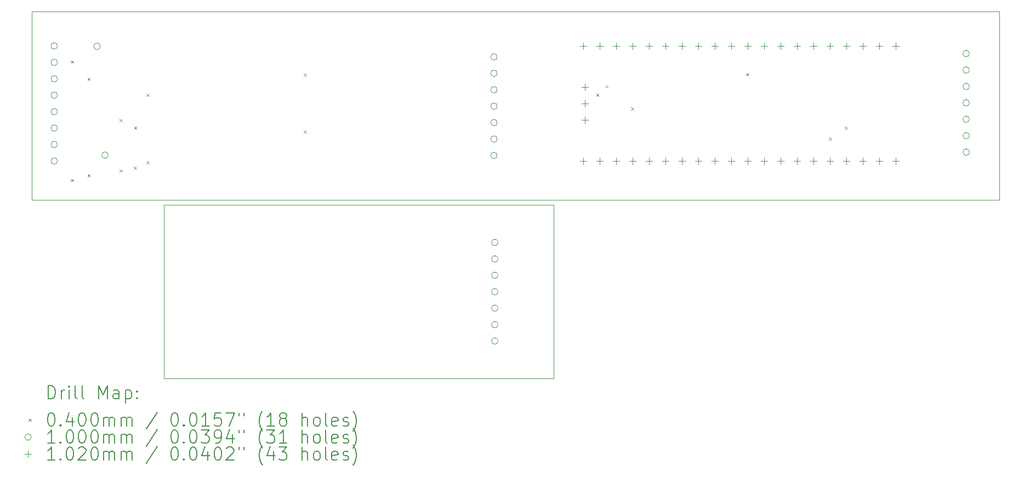
<source format=gbr>
%TF.GenerationSoftware,KiCad,Pcbnew,8.0.4*%
%TF.CreationDate,2024-07-21T02:26:01-05:00*%
%TF.ProjectId,Glass,476c6173-732e-46b6-9963-61645f706362,rev?*%
%TF.SameCoordinates,Original*%
%TF.FileFunction,Drillmap*%
%TF.FilePolarity,Positive*%
%FSLAX45Y45*%
G04 Gerber Fmt 4.5, Leading zero omitted, Abs format (unit mm)*
G04 Created by KiCad (PCBNEW 8.0.4) date 2024-07-21 02:26:01*
%MOMM*%
%LPD*%
G01*
G04 APERTURE LIST*
%ADD10C,0.100000*%
%ADD11C,0.200000*%
%ADD12C,0.102000*%
G04 APERTURE END LIST*
D10*
X23095000Y-4097000D02*
X8150000Y-4097000D01*
X23095000Y-7011000D02*
X8150000Y-7011000D01*
X23095000Y-4097000D02*
X23095000Y-7011000D01*
X8150000Y-7011000D02*
X8150000Y-4097000D01*
X16215000Y-7081000D02*
X10196000Y-7081000D01*
X10196000Y-7081000D02*
X10196000Y-9766000D01*
X16215000Y-9766000D02*
X16215000Y-7081000D01*
X10196000Y-9766000D02*
X16215000Y-9766000D01*
D11*
D10*
X8752000Y-4854000D02*
X8792000Y-4894000D01*
X8792000Y-4854000D02*
X8752000Y-4894000D01*
X8755000Y-6684000D02*
X8795000Y-6724000D01*
X8795000Y-6684000D02*
X8755000Y-6724000D01*
X9013000Y-5121000D02*
X9053000Y-5161000D01*
X9053000Y-5121000D02*
X9013000Y-5161000D01*
X9013000Y-6613000D02*
X9053000Y-6653000D01*
X9053000Y-6613000D02*
X9013000Y-6653000D01*
X9508000Y-5756000D02*
X9548000Y-5796000D01*
X9548000Y-5756000D02*
X9508000Y-5796000D01*
X9509000Y-6536000D02*
X9549000Y-6576000D01*
X9549000Y-6536000D02*
X9509000Y-6576000D01*
X9731000Y-6491000D02*
X9771000Y-6531000D01*
X9771000Y-6491000D02*
X9731000Y-6531000D01*
X9732000Y-5875000D02*
X9772000Y-5915000D01*
X9772000Y-5875000D02*
X9732000Y-5915000D01*
X9921000Y-5367000D02*
X9961000Y-5407000D01*
X9961000Y-5367000D02*
X9921000Y-5407000D01*
X9922000Y-6411000D02*
X9962000Y-6451000D01*
X9962000Y-6411000D02*
X9922000Y-6451000D01*
X12354000Y-5051000D02*
X12394000Y-5091000D01*
X12394000Y-5051000D02*
X12354000Y-5091000D01*
X12356000Y-5934000D02*
X12396000Y-5974000D01*
X12396000Y-5934000D02*
X12356000Y-5974000D01*
X16869000Y-5365000D02*
X16909000Y-5405000D01*
X16909000Y-5365000D02*
X16869000Y-5405000D01*
X17014000Y-5236000D02*
X17054000Y-5276000D01*
X17054000Y-5236000D02*
X17014000Y-5276000D01*
X17410000Y-5580000D02*
X17450000Y-5620000D01*
X17450000Y-5580000D02*
X17410000Y-5620000D01*
X19184000Y-5049000D02*
X19224000Y-5089000D01*
X19224000Y-5049000D02*
X19184000Y-5089000D01*
X20464000Y-6045000D02*
X20504000Y-6085000D01*
X20504000Y-6045000D02*
X20464000Y-6085000D01*
X20710000Y-5875000D02*
X20750000Y-5915000D01*
X20750000Y-5875000D02*
X20710000Y-5915000D01*
X8549000Y-4628000D02*
G75*
G02*
X8449000Y-4628000I-50000J0D01*
G01*
X8449000Y-4628000D02*
G75*
G02*
X8549000Y-4628000I50000J0D01*
G01*
X8549000Y-4882000D02*
G75*
G02*
X8449000Y-4882000I-50000J0D01*
G01*
X8449000Y-4882000D02*
G75*
G02*
X8549000Y-4882000I50000J0D01*
G01*
X8549000Y-5136000D02*
G75*
G02*
X8449000Y-5136000I-50000J0D01*
G01*
X8449000Y-5136000D02*
G75*
G02*
X8549000Y-5136000I50000J0D01*
G01*
X8549000Y-5390000D02*
G75*
G02*
X8449000Y-5390000I-50000J0D01*
G01*
X8449000Y-5390000D02*
G75*
G02*
X8549000Y-5390000I50000J0D01*
G01*
X8549000Y-5644000D02*
G75*
G02*
X8449000Y-5644000I-50000J0D01*
G01*
X8449000Y-5644000D02*
G75*
G02*
X8549000Y-5644000I50000J0D01*
G01*
X8549000Y-5898000D02*
G75*
G02*
X8449000Y-5898000I-50000J0D01*
G01*
X8449000Y-5898000D02*
G75*
G02*
X8549000Y-5898000I50000J0D01*
G01*
X8549000Y-6152000D02*
G75*
G02*
X8449000Y-6152000I-50000J0D01*
G01*
X8449000Y-6152000D02*
G75*
G02*
X8549000Y-6152000I50000J0D01*
G01*
X8549000Y-6406000D02*
G75*
G02*
X8449000Y-6406000I-50000J0D01*
G01*
X8449000Y-6406000D02*
G75*
G02*
X8549000Y-6406000I50000J0D01*
G01*
X9210000Y-4633000D02*
G75*
G02*
X9110000Y-4633000I-50000J0D01*
G01*
X9110000Y-4633000D02*
G75*
G02*
X9210000Y-4633000I50000J0D01*
G01*
X9333000Y-6317000D02*
G75*
G02*
X9233000Y-6317000I-50000J0D01*
G01*
X9233000Y-6317000D02*
G75*
G02*
X9333000Y-6317000I50000J0D01*
G01*
X15340000Y-4798000D02*
G75*
G02*
X15240000Y-4798000I-50000J0D01*
G01*
X15240000Y-4798000D02*
G75*
G02*
X15340000Y-4798000I50000J0D01*
G01*
X15340000Y-5052000D02*
G75*
G02*
X15240000Y-5052000I-50000J0D01*
G01*
X15240000Y-5052000D02*
G75*
G02*
X15340000Y-5052000I50000J0D01*
G01*
X15340000Y-5306000D02*
G75*
G02*
X15240000Y-5306000I-50000J0D01*
G01*
X15240000Y-5306000D02*
G75*
G02*
X15340000Y-5306000I50000J0D01*
G01*
X15340000Y-5560000D02*
G75*
G02*
X15240000Y-5560000I-50000J0D01*
G01*
X15240000Y-5560000D02*
G75*
G02*
X15340000Y-5560000I50000J0D01*
G01*
X15340000Y-5814000D02*
G75*
G02*
X15240000Y-5814000I-50000J0D01*
G01*
X15240000Y-5814000D02*
G75*
G02*
X15340000Y-5814000I50000J0D01*
G01*
X15340000Y-6068000D02*
G75*
G02*
X15240000Y-6068000I-50000J0D01*
G01*
X15240000Y-6068000D02*
G75*
G02*
X15340000Y-6068000I50000J0D01*
G01*
X15340000Y-6322000D02*
G75*
G02*
X15240000Y-6322000I-50000J0D01*
G01*
X15240000Y-6322000D02*
G75*
G02*
X15340000Y-6322000I50000J0D01*
G01*
X15353000Y-7665500D02*
G75*
G02*
X15253000Y-7665500I-50000J0D01*
G01*
X15253000Y-7665500D02*
G75*
G02*
X15353000Y-7665500I50000J0D01*
G01*
X15353000Y-7919500D02*
G75*
G02*
X15253000Y-7919500I-50000J0D01*
G01*
X15253000Y-7919500D02*
G75*
G02*
X15353000Y-7919500I50000J0D01*
G01*
X15353000Y-8173500D02*
G75*
G02*
X15253000Y-8173500I-50000J0D01*
G01*
X15253000Y-8173500D02*
G75*
G02*
X15353000Y-8173500I50000J0D01*
G01*
X15353000Y-8427500D02*
G75*
G02*
X15253000Y-8427500I-50000J0D01*
G01*
X15253000Y-8427500D02*
G75*
G02*
X15353000Y-8427500I50000J0D01*
G01*
X15353000Y-8681500D02*
G75*
G02*
X15253000Y-8681500I-50000J0D01*
G01*
X15253000Y-8681500D02*
G75*
G02*
X15353000Y-8681500I50000J0D01*
G01*
X15353000Y-8935500D02*
G75*
G02*
X15253000Y-8935500I-50000J0D01*
G01*
X15253000Y-8935500D02*
G75*
G02*
X15353000Y-8935500I50000J0D01*
G01*
X15353000Y-9189500D02*
G75*
G02*
X15253000Y-9189500I-50000J0D01*
G01*
X15253000Y-9189500D02*
G75*
G02*
X15353000Y-9189500I50000J0D01*
G01*
X22633000Y-4746000D02*
G75*
G02*
X22533000Y-4746000I-50000J0D01*
G01*
X22533000Y-4746000D02*
G75*
G02*
X22633000Y-4746000I50000J0D01*
G01*
X22633000Y-5000000D02*
G75*
G02*
X22533000Y-5000000I-50000J0D01*
G01*
X22533000Y-5000000D02*
G75*
G02*
X22633000Y-5000000I50000J0D01*
G01*
X22633000Y-5254000D02*
G75*
G02*
X22533000Y-5254000I-50000J0D01*
G01*
X22533000Y-5254000D02*
G75*
G02*
X22633000Y-5254000I50000J0D01*
G01*
X22633000Y-5508000D02*
G75*
G02*
X22533000Y-5508000I-50000J0D01*
G01*
X22533000Y-5508000D02*
G75*
G02*
X22633000Y-5508000I50000J0D01*
G01*
X22633000Y-5762000D02*
G75*
G02*
X22533000Y-5762000I-50000J0D01*
G01*
X22533000Y-5762000D02*
G75*
G02*
X22633000Y-5762000I50000J0D01*
G01*
X22633000Y-6016000D02*
G75*
G02*
X22533000Y-6016000I-50000J0D01*
G01*
X22533000Y-6016000D02*
G75*
G02*
X22633000Y-6016000I50000J0D01*
G01*
X22633000Y-6270000D02*
G75*
G02*
X22533000Y-6270000I-50000J0D01*
G01*
X22533000Y-6270000D02*
G75*
G02*
X22633000Y-6270000I50000J0D01*
G01*
D12*
X16669000Y-4579000D02*
X16669000Y-4681000D01*
X16618000Y-4630000D02*
X16720000Y-4630000D01*
X16669000Y-6357000D02*
X16669000Y-6459000D01*
X16618000Y-6408000D02*
X16720000Y-6408000D01*
X16692000Y-5214000D02*
X16692000Y-5316000D01*
X16641000Y-5265000D02*
X16743000Y-5265000D01*
X16692000Y-5468000D02*
X16692000Y-5570000D01*
X16641000Y-5519000D02*
X16743000Y-5519000D01*
X16692000Y-5722000D02*
X16692000Y-5824000D01*
X16641000Y-5773000D02*
X16743000Y-5773000D01*
X16923000Y-4579000D02*
X16923000Y-4681000D01*
X16872000Y-4630000D02*
X16974000Y-4630000D01*
X16923000Y-6357000D02*
X16923000Y-6459000D01*
X16872000Y-6408000D02*
X16974000Y-6408000D01*
X17177000Y-4579000D02*
X17177000Y-4681000D01*
X17126000Y-4630000D02*
X17228000Y-4630000D01*
X17177000Y-6357000D02*
X17177000Y-6459000D01*
X17126000Y-6408000D02*
X17228000Y-6408000D01*
X17431000Y-4579000D02*
X17431000Y-4681000D01*
X17380000Y-4630000D02*
X17482000Y-4630000D01*
X17431000Y-6357000D02*
X17431000Y-6459000D01*
X17380000Y-6408000D02*
X17482000Y-6408000D01*
X17685000Y-4579000D02*
X17685000Y-4681000D01*
X17634000Y-4630000D02*
X17736000Y-4630000D01*
X17685000Y-6357000D02*
X17685000Y-6459000D01*
X17634000Y-6408000D02*
X17736000Y-6408000D01*
X17939000Y-4579000D02*
X17939000Y-4681000D01*
X17888000Y-4630000D02*
X17990000Y-4630000D01*
X17939000Y-6357000D02*
X17939000Y-6459000D01*
X17888000Y-6408000D02*
X17990000Y-6408000D01*
X18193000Y-4579000D02*
X18193000Y-4681000D01*
X18142000Y-4630000D02*
X18244000Y-4630000D01*
X18193000Y-6357000D02*
X18193000Y-6459000D01*
X18142000Y-6408000D02*
X18244000Y-6408000D01*
X18447000Y-4579000D02*
X18447000Y-4681000D01*
X18396000Y-4630000D02*
X18498000Y-4630000D01*
X18447000Y-6357000D02*
X18447000Y-6459000D01*
X18396000Y-6408000D02*
X18498000Y-6408000D01*
X18701000Y-4579000D02*
X18701000Y-4681000D01*
X18650000Y-4630000D02*
X18752000Y-4630000D01*
X18701000Y-6357000D02*
X18701000Y-6459000D01*
X18650000Y-6408000D02*
X18752000Y-6408000D01*
X18955000Y-4579000D02*
X18955000Y-4681000D01*
X18904000Y-4630000D02*
X19006000Y-4630000D01*
X18955000Y-6357000D02*
X18955000Y-6459000D01*
X18904000Y-6408000D02*
X19006000Y-6408000D01*
X19209000Y-4579000D02*
X19209000Y-4681000D01*
X19158000Y-4630000D02*
X19260000Y-4630000D01*
X19209000Y-6357000D02*
X19209000Y-6459000D01*
X19158000Y-6408000D02*
X19260000Y-6408000D01*
X19463000Y-4579000D02*
X19463000Y-4681000D01*
X19412000Y-4630000D02*
X19514000Y-4630000D01*
X19463000Y-6357000D02*
X19463000Y-6459000D01*
X19412000Y-6408000D02*
X19514000Y-6408000D01*
X19717000Y-4579000D02*
X19717000Y-4681000D01*
X19666000Y-4630000D02*
X19768000Y-4630000D01*
X19717000Y-6357000D02*
X19717000Y-6459000D01*
X19666000Y-6408000D02*
X19768000Y-6408000D01*
X19971000Y-4579000D02*
X19971000Y-4681000D01*
X19920000Y-4630000D02*
X20022000Y-4630000D01*
X19971000Y-6357000D02*
X19971000Y-6459000D01*
X19920000Y-6408000D02*
X20022000Y-6408000D01*
X20225000Y-4579000D02*
X20225000Y-4681000D01*
X20174000Y-4630000D02*
X20276000Y-4630000D01*
X20225000Y-6357000D02*
X20225000Y-6459000D01*
X20174000Y-6408000D02*
X20276000Y-6408000D01*
X20479000Y-4579000D02*
X20479000Y-4681000D01*
X20428000Y-4630000D02*
X20530000Y-4630000D01*
X20479000Y-6357000D02*
X20479000Y-6459000D01*
X20428000Y-6408000D02*
X20530000Y-6408000D01*
X20733000Y-4579000D02*
X20733000Y-4681000D01*
X20682000Y-4630000D02*
X20784000Y-4630000D01*
X20733000Y-6357000D02*
X20733000Y-6459000D01*
X20682000Y-6408000D02*
X20784000Y-6408000D01*
X20987000Y-4579000D02*
X20987000Y-4681000D01*
X20936000Y-4630000D02*
X21038000Y-4630000D01*
X20987000Y-6357000D02*
X20987000Y-6459000D01*
X20936000Y-6408000D02*
X21038000Y-6408000D01*
X21241000Y-4579000D02*
X21241000Y-4681000D01*
X21190000Y-4630000D02*
X21292000Y-4630000D01*
X21241000Y-6357000D02*
X21241000Y-6459000D01*
X21190000Y-6408000D02*
X21292000Y-6408000D01*
X21495000Y-4579000D02*
X21495000Y-4681000D01*
X21444000Y-4630000D02*
X21546000Y-4630000D01*
X21495000Y-6357000D02*
X21495000Y-6459000D01*
X21444000Y-6408000D02*
X21546000Y-6408000D01*
D11*
X8405777Y-10082484D02*
X8405777Y-9882484D01*
X8405777Y-9882484D02*
X8453396Y-9882484D01*
X8453396Y-9882484D02*
X8481967Y-9892008D01*
X8481967Y-9892008D02*
X8501015Y-9911055D01*
X8501015Y-9911055D02*
X8510539Y-9930103D01*
X8510539Y-9930103D02*
X8520063Y-9968198D01*
X8520063Y-9968198D02*
X8520063Y-9996770D01*
X8520063Y-9996770D02*
X8510539Y-10034865D01*
X8510539Y-10034865D02*
X8501015Y-10053912D01*
X8501015Y-10053912D02*
X8481967Y-10072960D01*
X8481967Y-10072960D02*
X8453396Y-10082484D01*
X8453396Y-10082484D02*
X8405777Y-10082484D01*
X8605777Y-10082484D02*
X8605777Y-9949150D01*
X8605777Y-9987246D02*
X8615301Y-9968198D01*
X8615301Y-9968198D02*
X8624824Y-9958674D01*
X8624824Y-9958674D02*
X8643872Y-9949150D01*
X8643872Y-9949150D02*
X8662920Y-9949150D01*
X8729586Y-10082484D02*
X8729586Y-9949150D01*
X8729586Y-9882484D02*
X8720063Y-9892008D01*
X8720063Y-9892008D02*
X8729586Y-9901531D01*
X8729586Y-9901531D02*
X8739110Y-9892008D01*
X8739110Y-9892008D02*
X8729586Y-9882484D01*
X8729586Y-9882484D02*
X8729586Y-9901531D01*
X8853396Y-10082484D02*
X8834348Y-10072960D01*
X8834348Y-10072960D02*
X8824824Y-10053912D01*
X8824824Y-10053912D02*
X8824824Y-9882484D01*
X8958158Y-10082484D02*
X8939110Y-10072960D01*
X8939110Y-10072960D02*
X8929586Y-10053912D01*
X8929586Y-10053912D02*
X8929586Y-9882484D01*
X9186729Y-10082484D02*
X9186729Y-9882484D01*
X9186729Y-9882484D02*
X9253396Y-10025341D01*
X9253396Y-10025341D02*
X9320063Y-9882484D01*
X9320063Y-9882484D02*
X9320063Y-10082484D01*
X9501015Y-10082484D02*
X9501015Y-9977722D01*
X9501015Y-9977722D02*
X9491491Y-9958674D01*
X9491491Y-9958674D02*
X9472444Y-9949150D01*
X9472444Y-9949150D02*
X9434348Y-9949150D01*
X9434348Y-9949150D02*
X9415301Y-9958674D01*
X9501015Y-10072960D02*
X9481967Y-10082484D01*
X9481967Y-10082484D02*
X9434348Y-10082484D01*
X9434348Y-10082484D02*
X9415301Y-10072960D01*
X9415301Y-10072960D02*
X9405777Y-10053912D01*
X9405777Y-10053912D02*
X9405777Y-10034865D01*
X9405777Y-10034865D02*
X9415301Y-10015817D01*
X9415301Y-10015817D02*
X9434348Y-10006293D01*
X9434348Y-10006293D02*
X9481967Y-10006293D01*
X9481967Y-10006293D02*
X9501015Y-9996770D01*
X9596253Y-9949150D02*
X9596253Y-10149150D01*
X9596253Y-9958674D02*
X9615301Y-9949150D01*
X9615301Y-9949150D02*
X9653396Y-9949150D01*
X9653396Y-9949150D02*
X9672444Y-9958674D01*
X9672444Y-9958674D02*
X9681967Y-9968198D01*
X9681967Y-9968198D02*
X9691491Y-9987246D01*
X9691491Y-9987246D02*
X9691491Y-10044389D01*
X9691491Y-10044389D02*
X9681967Y-10063436D01*
X9681967Y-10063436D02*
X9672444Y-10072960D01*
X9672444Y-10072960D02*
X9653396Y-10082484D01*
X9653396Y-10082484D02*
X9615301Y-10082484D01*
X9615301Y-10082484D02*
X9596253Y-10072960D01*
X9777205Y-10063436D02*
X9786729Y-10072960D01*
X9786729Y-10072960D02*
X9777205Y-10082484D01*
X9777205Y-10082484D02*
X9767682Y-10072960D01*
X9767682Y-10072960D02*
X9777205Y-10063436D01*
X9777205Y-10063436D02*
X9777205Y-10082484D01*
X9777205Y-9958674D02*
X9786729Y-9968198D01*
X9786729Y-9968198D02*
X9777205Y-9977722D01*
X9777205Y-9977722D02*
X9767682Y-9968198D01*
X9767682Y-9968198D02*
X9777205Y-9958674D01*
X9777205Y-9958674D02*
X9777205Y-9977722D01*
D10*
X8105000Y-10391000D02*
X8145000Y-10431000D01*
X8145000Y-10391000D02*
X8105000Y-10431000D01*
D11*
X8443872Y-10302484D02*
X8462920Y-10302484D01*
X8462920Y-10302484D02*
X8481967Y-10312008D01*
X8481967Y-10312008D02*
X8491491Y-10321531D01*
X8491491Y-10321531D02*
X8501015Y-10340579D01*
X8501015Y-10340579D02*
X8510539Y-10378674D01*
X8510539Y-10378674D02*
X8510539Y-10426293D01*
X8510539Y-10426293D02*
X8501015Y-10464389D01*
X8501015Y-10464389D02*
X8491491Y-10483436D01*
X8491491Y-10483436D02*
X8481967Y-10492960D01*
X8481967Y-10492960D02*
X8462920Y-10502484D01*
X8462920Y-10502484D02*
X8443872Y-10502484D01*
X8443872Y-10502484D02*
X8424824Y-10492960D01*
X8424824Y-10492960D02*
X8415301Y-10483436D01*
X8415301Y-10483436D02*
X8405777Y-10464389D01*
X8405777Y-10464389D02*
X8396253Y-10426293D01*
X8396253Y-10426293D02*
X8396253Y-10378674D01*
X8396253Y-10378674D02*
X8405777Y-10340579D01*
X8405777Y-10340579D02*
X8415301Y-10321531D01*
X8415301Y-10321531D02*
X8424824Y-10312008D01*
X8424824Y-10312008D02*
X8443872Y-10302484D01*
X8596253Y-10483436D02*
X8605777Y-10492960D01*
X8605777Y-10492960D02*
X8596253Y-10502484D01*
X8596253Y-10502484D02*
X8586729Y-10492960D01*
X8586729Y-10492960D02*
X8596253Y-10483436D01*
X8596253Y-10483436D02*
X8596253Y-10502484D01*
X8777205Y-10369150D02*
X8777205Y-10502484D01*
X8729586Y-10292960D02*
X8681967Y-10435817D01*
X8681967Y-10435817D02*
X8805777Y-10435817D01*
X8920063Y-10302484D02*
X8939110Y-10302484D01*
X8939110Y-10302484D02*
X8958158Y-10312008D01*
X8958158Y-10312008D02*
X8967682Y-10321531D01*
X8967682Y-10321531D02*
X8977205Y-10340579D01*
X8977205Y-10340579D02*
X8986729Y-10378674D01*
X8986729Y-10378674D02*
X8986729Y-10426293D01*
X8986729Y-10426293D02*
X8977205Y-10464389D01*
X8977205Y-10464389D02*
X8967682Y-10483436D01*
X8967682Y-10483436D02*
X8958158Y-10492960D01*
X8958158Y-10492960D02*
X8939110Y-10502484D01*
X8939110Y-10502484D02*
X8920063Y-10502484D01*
X8920063Y-10502484D02*
X8901015Y-10492960D01*
X8901015Y-10492960D02*
X8891491Y-10483436D01*
X8891491Y-10483436D02*
X8881967Y-10464389D01*
X8881967Y-10464389D02*
X8872444Y-10426293D01*
X8872444Y-10426293D02*
X8872444Y-10378674D01*
X8872444Y-10378674D02*
X8881967Y-10340579D01*
X8881967Y-10340579D02*
X8891491Y-10321531D01*
X8891491Y-10321531D02*
X8901015Y-10312008D01*
X8901015Y-10312008D02*
X8920063Y-10302484D01*
X9110539Y-10302484D02*
X9129586Y-10302484D01*
X9129586Y-10302484D02*
X9148634Y-10312008D01*
X9148634Y-10312008D02*
X9158158Y-10321531D01*
X9158158Y-10321531D02*
X9167682Y-10340579D01*
X9167682Y-10340579D02*
X9177205Y-10378674D01*
X9177205Y-10378674D02*
X9177205Y-10426293D01*
X9177205Y-10426293D02*
X9167682Y-10464389D01*
X9167682Y-10464389D02*
X9158158Y-10483436D01*
X9158158Y-10483436D02*
X9148634Y-10492960D01*
X9148634Y-10492960D02*
X9129586Y-10502484D01*
X9129586Y-10502484D02*
X9110539Y-10502484D01*
X9110539Y-10502484D02*
X9091491Y-10492960D01*
X9091491Y-10492960D02*
X9081967Y-10483436D01*
X9081967Y-10483436D02*
X9072444Y-10464389D01*
X9072444Y-10464389D02*
X9062920Y-10426293D01*
X9062920Y-10426293D02*
X9062920Y-10378674D01*
X9062920Y-10378674D02*
X9072444Y-10340579D01*
X9072444Y-10340579D02*
X9081967Y-10321531D01*
X9081967Y-10321531D02*
X9091491Y-10312008D01*
X9091491Y-10312008D02*
X9110539Y-10302484D01*
X9262920Y-10502484D02*
X9262920Y-10369150D01*
X9262920Y-10388198D02*
X9272444Y-10378674D01*
X9272444Y-10378674D02*
X9291491Y-10369150D01*
X9291491Y-10369150D02*
X9320063Y-10369150D01*
X9320063Y-10369150D02*
X9339110Y-10378674D01*
X9339110Y-10378674D02*
X9348634Y-10397722D01*
X9348634Y-10397722D02*
X9348634Y-10502484D01*
X9348634Y-10397722D02*
X9358158Y-10378674D01*
X9358158Y-10378674D02*
X9377205Y-10369150D01*
X9377205Y-10369150D02*
X9405777Y-10369150D01*
X9405777Y-10369150D02*
X9424825Y-10378674D01*
X9424825Y-10378674D02*
X9434348Y-10397722D01*
X9434348Y-10397722D02*
X9434348Y-10502484D01*
X9529586Y-10502484D02*
X9529586Y-10369150D01*
X9529586Y-10388198D02*
X9539110Y-10378674D01*
X9539110Y-10378674D02*
X9558158Y-10369150D01*
X9558158Y-10369150D02*
X9586729Y-10369150D01*
X9586729Y-10369150D02*
X9605777Y-10378674D01*
X9605777Y-10378674D02*
X9615301Y-10397722D01*
X9615301Y-10397722D02*
X9615301Y-10502484D01*
X9615301Y-10397722D02*
X9624825Y-10378674D01*
X9624825Y-10378674D02*
X9643872Y-10369150D01*
X9643872Y-10369150D02*
X9672444Y-10369150D01*
X9672444Y-10369150D02*
X9691491Y-10378674D01*
X9691491Y-10378674D02*
X9701015Y-10397722D01*
X9701015Y-10397722D02*
X9701015Y-10502484D01*
X10091491Y-10292960D02*
X9920063Y-10550103D01*
X10348634Y-10302484D02*
X10367682Y-10302484D01*
X10367682Y-10302484D02*
X10386729Y-10312008D01*
X10386729Y-10312008D02*
X10396253Y-10321531D01*
X10396253Y-10321531D02*
X10405777Y-10340579D01*
X10405777Y-10340579D02*
X10415301Y-10378674D01*
X10415301Y-10378674D02*
X10415301Y-10426293D01*
X10415301Y-10426293D02*
X10405777Y-10464389D01*
X10405777Y-10464389D02*
X10396253Y-10483436D01*
X10396253Y-10483436D02*
X10386729Y-10492960D01*
X10386729Y-10492960D02*
X10367682Y-10502484D01*
X10367682Y-10502484D02*
X10348634Y-10502484D01*
X10348634Y-10502484D02*
X10329587Y-10492960D01*
X10329587Y-10492960D02*
X10320063Y-10483436D01*
X10320063Y-10483436D02*
X10310539Y-10464389D01*
X10310539Y-10464389D02*
X10301015Y-10426293D01*
X10301015Y-10426293D02*
X10301015Y-10378674D01*
X10301015Y-10378674D02*
X10310539Y-10340579D01*
X10310539Y-10340579D02*
X10320063Y-10321531D01*
X10320063Y-10321531D02*
X10329587Y-10312008D01*
X10329587Y-10312008D02*
X10348634Y-10302484D01*
X10501015Y-10483436D02*
X10510539Y-10492960D01*
X10510539Y-10492960D02*
X10501015Y-10502484D01*
X10501015Y-10502484D02*
X10491491Y-10492960D01*
X10491491Y-10492960D02*
X10501015Y-10483436D01*
X10501015Y-10483436D02*
X10501015Y-10502484D01*
X10634348Y-10302484D02*
X10653396Y-10302484D01*
X10653396Y-10302484D02*
X10672444Y-10312008D01*
X10672444Y-10312008D02*
X10681968Y-10321531D01*
X10681968Y-10321531D02*
X10691491Y-10340579D01*
X10691491Y-10340579D02*
X10701015Y-10378674D01*
X10701015Y-10378674D02*
X10701015Y-10426293D01*
X10701015Y-10426293D02*
X10691491Y-10464389D01*
X10691491Y-10464389D02*
X10681968Y-10483436D01*
X10681968Y-10483436D02*
X10672444Y-10492960D01*
X10672444Y-10492960D02*
X10653396Y-10502484D01*
X10653396Y-10502484D02*
X10634348Y-10502484D01*
X10634348Y-10502484D02*
X10615301Y-10492960D01*
X10615301Y-10492960D02*
X10605777Y-10483436D01*
X10605777Y-10483436D02*
X10596253Y-10464389D01*
X10596253Y-10464389D02*
X10586729Y-10426293D01*
X10586729Y-10426293D02*
X10586729Y-10378674D01*
X10586729Y-10378674D02*
X10596253Y-10340579D01*
X10596253Y-10340579D02*
X10605777Y-10321531D01*
X10605777Y-10321531D02*
X10615301Y-10312008D01*
X10615301Y-10312008D02*
X10634348Y-10302484D01*
X10891491Y-10502484D02*
X10777206Y-10502484D01*
X10834348Y-10502484D02*
X10834348Y-10302484D01*
X10834348Y-10302484D02*
X10815301Y-10331055D01*
X10815301Y-10331055D02*
X10796253Y-10350103D01*
X10796253Y-10350103D02*
X10777206Y-10359627D01*
X11072444Y-10302484D02*
X10977206Y-10302484D01*
X10977206Y-10302484D02*
X10967682Y-10397722D01*
X10967682Y-10397722D02*
X10977206Y-10388198D01*
X10977206Y-10388198D02*
X10996253Y-10378674D01*
X10996253Y-10378674D02*
X11043872Y-10378674D01*
X11043872Y-10378674D02*
X11062920Y-10388198D01*
X11062920Y-10388198D02*
X11072444Y-10397722D01*
X11072444Y-10397722D02*
X11081968Y-10416770D01*
X11081968Y-10416770D02*
X11081968Y-10464389D01*
X11081968Y-10464389D02*
X11072444Y-10483436D01*
X11072444Y-10483436D02*
X11062920Y-10492960D01*
X11062920Y-10492960D02*
X11043872Y-10502484D01*
X11043872Y-10502484D02*
X10996253Y-10502484D01*
X10996253Y-10502484D02*
X10977206Y-10492960D01*
X10977206Y-10492960D02*
X10967682Y-10483436D01*
X11148634Y-10302484D02*
X11281967Y-10302484D01*
X11281967Y-10302484D02*
X11196253Y-10502484D01*
X11348634Y-10302484D02*
X11348634Y-10340579D01*
X11424825Y-10302484D02*
X11424825Y-10340579D01*
X11720063Y-10578674D02*
X11710539Y-10569150D01*
X11710539Y-10569150D02*
X11691491Y-10540579D01*
X11691491Y-10540579D02*
X11681968Y-10521531D01*
X11681968Y-10521531D02*
X11672444Y-10492960D01*
X11672444Y-10492960D02*
X11662920Y-10445341D01*
X11662920Y-10445341D02*
X11662920Y-10407246D01*
X11662920Y-10407246D02*
X11672444Y-10359627D01*
X11672444Y-10359627D02*
X11681968Y-10331055D01*
X11681968Y-10331055D02*
X11691491Y-10312008D01*
X11691491Y-10312008D02*
X11710539Y-10283436D01*
X11710539Y-10283436D02*
X11720063Y-10273912D01*
X11901015Y-10502484D02*
X11786729Y-10502484D01*
X11843872Y-10502484D02*
X11843872Y-10302484D01*
X11843872Y-10302484D02*
X11824825Y-10331055D01*
X11824825Y-10331055D02*
X11805777Y-10350103D01*
X11805777Y-10350103D02*
X11786729Y-10359627D01*
X12015301Y-10388198D02*
X11996253Y-10378674D01*
X11996253Y-10378674D02*
X11986729Y-10369150D01*
X11986729Y-10369150D02*
X11977206Y-10350103D01*
X11977206Y-10350103D02*
X11977206Y-10340579D01*
X11977206Y-10340579D02*
X11986729Y-10321531D01*
X11986729Y-10321531D02*
X11996253Y-10312008D01*
X11996253Y-10312008D02*
X12015301Y-10302484D01*
X12015301Y-10302484D02*
X12053396Y-10302484D01*
X12053396Y-10302484D02*
X12072444Y-10312008D01*
X12072444Y-10312008D02*
X12081968Y-10321531D01*
X12081968Y-10321531D02*
X12091491Y-10340579D01*
X12091491Y-10340579D02*
X12091491Y-10350103D01*
X12091491Y-10350103D02*
X12081968Y-10369150D01*
X12081968Y-10369150D02*
X12072444Y-10378674D01*
X12072444Y-10378674D02*
X12053396Y-10388198D01*
X12053396Y-10388198D02*
X12015301Y-10388198D01*
X12015301Y-10388198D02*
X11996253Y-10397722D01*
X11996253Y-10397722D02*
X11986729Y-10407246D01*
X11986729Y-10407246D02*
X11977206Y-10426293D01*
X11977206Y-10426293D02*
X11977206Y-10464389D01*
X11977206Y-10464389D02*
X11986729Y-10483436D01*
X11986729Y-10483436D02*
X11996253Y-10492960D01*
X11996253Y-10492960D02*
X12015301Y-10502484D01*
X12015301Y-10502484D02*
X12053396Y-10502484D01*
X12053396Y-10502484D02*
X12072444Y-10492960D01*
X12072444Y-10492960D02*
X12081968Y-10483436D01*
X12081968Y-10483436D02*
X12091491Y-10464389D01*
X12091491Y-10464389D02*
X12091491Y-10426293D01*
X12091491Y-10426293D02*
X12081968Y-10407246D01*
X12081968Y-10407246D02*
X12072444Y-10397722D01*
X12072444Y-10397722D02*
X12053396Y-10388198D01*
X12329587Y-10502484D02*
X12329587Y-10302484D01*
X12415301Y-10502484D02*
X12415301Y-10397722D01*
X12415301Y-10397722D02*
X12405777Y-10378674D01*
X12405777Y-10378674D02*
X12386730Y-10369150D01*
X12386730Y-10369150D02*
X12358158Y-10369150D01*
X12358158Y-10369150D02*
X12339110Y-10378674D01*
X12339110Y-10378674D02*
X12329587Y-10388198D01*
X12539110Y-10502484D02*
X12520063Y-10492960D01*
X12520063Y-10492960D02*
X12510539Y-10483436D01*
X12510539Y-10483436D02*
X12501015Y-10464389D01*
X12501015Y-10464389D02*
X12501015Y-10407246D01*
X12501015Y-10407246D02*
X12510539Y-10388198D01*
X12510539Y-10388198D02*
X12520063Y-10378674D01*
X12520063Y-10378674D02*
X12539110Y-10369150D01*
X12539110Y-10369150D02*
X12567682Y-10369150D01*
X12567682Y-10369150D02*
X12586730Y-10378674D01*
X12586730Y-10378674D02*
X12596253Y-10388198D01*
X12596253Y-10388198D02*
X12605777Y-10407246D01*
X12605777Y-10407246D02*
X12605777Y-10464389D01*
X12605777Y-10464389D02*
X12596253Y-10483436D01*
X12596253Y-10483436D02*
X12586730Y-10492960D01*
X12586730Y-10492960D02*
X12567682Y-10502484D01*
X12567682Y-10502484D02*
X12539110Y-10502484D01*
X12720063Y-10502484D02*
X12701015Y-10492960D01*
X12701015Y-10492960D02*
X12691491Y-10473912D01*
X12691491Y-10473912D02*
X12691491Y-10302484D01*
X12872444Y-10492960D02*
X12853396Y-10502484D01*
X12853396Y-10502484D02*
X12815301Y-10502484D01*
X12815301Y-10502484D02*
X12796253Y-10492960D01*
X12796253Y-10492960D02*
X12786730Y-10473912D01*
X12786730Y-10473912D02*
X12786730Y-10397722D01*
X12786730Y-10397722D02*
X12796253Y-10378674D01*
X12796253Y-10378674D02*
X12815301Y-10369150D01*
X12815301Y-10369150D02*
X12853396Y-10369150D01*
X12853396Y-10369150D02*
X12872444Y-10378674D01*
X12872444Y-10378674D02*
X12881968Y-10397722D01*
X12881968Y-10397722D02*
X12881968Y-10416770D01*
X12881968Y-10416770D02*
X12786730Y-10435817D01*
X12958158Y-10492960D02*
X12977206Y-10502484D01*
X12977206Y-10502484D02*
X13015301Y-10502484D01*
X13015301Y-10502484D02*
X13034349Y-10492960D01*
X13034349Y-10492960D02*
X13043872Y-10473912D01*
X13043872Y-10473912D02*
X13043872Y-10464389D01*
X13043872Y-10464389D02*
X13034349Y-10445341D01*
X13034349Y-10445341D02*
X13015301Y-10435817D01*
X13015301Y-10435817D02*
X12986730Y-10435817D01*
X12986730Y-10435817D02*
X12967682Y-10426293D01*
X12967682Y-10426293D02*
X12958158Y-10407246D01*
X12958158Y-10407246D02*
X12958158Y-10397722D01*
X12958158Y-10397722D02*
X12967682Y-10378674D01*
X12967682Y-10378674D02*
X12986730Y-10369150D01*
X12986730Y-10369150D02*
X13015301Y-10369150D01*
X13015301Y-10369150D02*
X13034349Y-10378674D01*
X13110539Y-10578674D02*
X13120063Y-10569150D01*
X13120063Y-10569150D02*
X13139111Y-10540579D01*
X13139111Y-10540579D02*
X13148634Y-10521531D01*
X13148634Y-10521531D02*
X13158158Y-10492960D01*
X13158158Y-10492960D02*
X13167682Y-10445341D01*
X13167682Y-10445341D02*
X13167682Y-10407246D01*
X13167682Y-10407246D02*
X13158158Y-10359627D01*
X13158158Y-10359627D02*
X13148634Y-10331055D01*
X13148634Y-10331055D02*
X13139111Y-10312008D01*
X13139111Y-10312008D02*
X13120063Y-10283436D01*
X13120063Y-10283436D02*
X13110539Y-10273912D01*
D10*
X8145000Y-10675000D02*
G75*
G02*
X8045000Y-10675000I-50000J0D01*
G01*
X8045000Y-10675000D02*
G75*
G02*
X8145000Y-10675000I50000J0D01*
G01*
D11*
X8510539Y-10766484D02*
X8396253Y-10766484D01*
X8453396Y-10766484D02*
X8453396Y-10566484D01*
X8453396Y-10566484D02*
X8434348Y-10595055D01*
X8434348Y-10595055D02*
X8415301Y-10614103D01*
X8415301Y-10614103D02*
X8396253Y-10623627D01*
X8596253Y-10747436D02*
X8605777Y-10756960D01*
X8605777Y-10756960D02*
X8596253Y-10766484D01*
X8596253Y-10766484D02*
X8586729Y-10756960D01*
X8586729Y-10756960D02*
X8596253Y-10747436D01*
X8596253Y-10747436D02*
X8596253Y-10766484D01*
X8729586Y-10566484D02*
X8748634Y-10566484D01*
X8748634Y-10566484D02*
X8767682Y-10576008D01*
X8767682Y-10576008D02*
X8777205Y-10585531D01*
X8777205Y-10585531D02*
X8786729Y-10604579D01*
X8786729Y-10604579D02*
X8796253Y-10642674D01*
X8796253Y-10642674D02*
X8796253Y-10690293D01*
X8796253Y-10690293D02*
X8786729Y-10728389D01*
X8786729Y-10728389D02*
X8777205Y-10747436D01*
X8777205Y-10747436D02*
X8767682Y-10756960D01*
X8767682Y-10756960D02*
X8748634Y-10766484D01*
X8748634Y-10766484D02*
X8729586Y-10766484D01*
X8729586Y-10766484D02*
X8710539Y-10756960D01*
X8710539Y-10756960D02*
X8701015Y-10747436D01*
X8701015Y-10747436D02*
X8691491Y-10728389D01*
X8691491Y-10728389D02*
X8681967Y-10690293D01*
X8681967Y-10690293D02*
X8681967Y-10642674D01*
X8681967Y-10642674D02*
X8691491Y-10604579D01*
X8691491Y-10604579D02*
X8701015Y-10585531D01*
X8701015Y-10585531D02*
X8710539Y-10576008D01*
X8710539Y-10576008D02*
X8729586Y-10566484D01*
X8920063Y-10566484D02*
X8939110Y-10566484D01*
X8939110Y-10566484D02*
X8958158Y-10576008D01*
X8958158Y-10576008D02*
X8967682Y-10585531D01*
X8967682Y-10585531D02*
X8977205Y-10604579D01*
X8977205Y-10604579D02*
X8986729Y-10642674D01*
X8986729Y-10642674D02*
X8986729Y-10690293D01*
X8986729Y-10690293D02*
X8977205Y-10728389D01*
X8977205Y-10728389D02*
X8967682Y-10747436D01*
X8967682Y-10747436D02*
X8958158Y-10756960D01*
X8958158Y-10756960D02*
X8939110Y-10766484D01*
X8939110Y-10766484D02*
X8920063Y-10766484D01*
X8920063Y-10766484D02*
X8901015Y-10756960D01*
X8901015Y-10756960D02*
X8891491Y-10747436D01*
X8891491Y-10747436D02*
X8881967Y-10728389D01*
X8881967Y-10728389D02*
X8872444Y-10690293D01*
X8872444Y-10690293D02*
X8872444Y-10642674D01*
X8872444Y-10642674D02*
X8881967Y-10604579D01*
X8881967Y-10604579D02*
X8891491Y-10585531D01*
X8891491Y-10585531D02*
X8901015Y-10576008D01*
X8901015Y-10576008D02*
X8920063Y-10566484D01*
X9110539Y-10566484D02*
X9129586Y-10566484D01*
X9129586Y-10566484D02*
X9148634Y-10576008D01*
X9148634Y-10576008D02*
X9158158Y-10585531D01*
X9158158Y-10585531D02*
X9167682Y-10604579D01*
X9167682Y-10604579D02*
X9177205Y-10642674D01*
X9177205Y-10642674D02*
X9177205Y-10690293D01*
X9177205Y-10690293D02*
X9167682Y-10728389D01*
X9167682Y-10728389D02*
X9158158Y-10747436D01*
X9158158Y-10747436D02*
X9148634Y-10756960D01*
X9148634Y-10756960D02*
X9129586Y-10766484D01*
X9129586Y-10766484D02*
X9110539Y-10766484D01*
X9110539Y-10766484D02*
X9091491Y-10756960D01*
X9091491Y-10756960D02*
X9081967Y-10747436D01*
X9081967Y-10747436D02*
X9072444Y-10728389D01*
X9072444Y-10728389D02*
X9062920Y-10690293D01*
X9062920Y-10690293D02*
X9062920Y-10642674D01*
X9062920Y-10642674D02*
X9072444Y-10604579D01*
X9072444Y-10604579D02*
X9081967Y-10585531D01*
X9081967Y-10585531D02*
X9091491Y-10576008D01*
X9091491Y-10576008D02*
X9110539Y-10566484D01*
X9262920Y-10766484D02*
X9262920Y-10633150D01*
X9262920Y-10652198D02*
X9272444Y-10642674D01*
X9272444Y-10642674D02*
X9291491Y-10633150D01*
X9291491Y-10633150D02*
X9320063Y-10633150D01*
X9320063Y-10633150D02*
X9339110Y-10642674D01*
X9339110Y-10642674D02*
X9348634Y-10661722D01*
X9348634Y-10661722D02*
X9348634Y-10766484D01*
X9348634Y-10661722D02*
X9358158Y-10642674D01*
X9358158Y-10642674D02*
X9377205Y-10633150D01*
X9377205Y-10633150D02*
X9405777Y-10633150D01*
X9405777Y-10633150D02*
X9424825Y-10642674D01*
X9424825Y-10642674D02*
X9434348Y-10661722D01*
X9434348Y-10661722D02*
X9434348Y-10766484D01*
X9529586Y-10766484D02*
X9529586Y-10633150D01*
X9529586Y-10652198D02*
X9539110Y-10642674D01*
X9539110Y-10642674D02*
X9558158Y-10633150D01*
X9558158Y-10633150D02*
X9586729Y-10633150D01*
X9586729Y-10633150D02*
X9605777Y-10642674D01*
X9605777Y-10642674D02*
X9615301Y-10661722D01*
X9615301Y-10661722D02*
X9615301Y-10766484D01*
X9615301Y-10661722D02*
X9624825Y-10642674D01*
X9624825Y-10642674D02*
X9643872Y-10633150D01*
X9643872Y-10633150D02*
X9672444Y-10633150D01*
X9672444Y-10633150D02*
X9691491Y-10642674D01*
X9691491Y-10642674D02*
X9701015Y-10661722D01*
X9701015Y-10661722D02*
X9701015Y-10766484D01*
X10091491Y-10556960D02*
X9920063Y-10814103D01*
X10348634Y-10566484D02*
X10367682Y-10566484D01*
X10367682Y-10566484D02*
X10386729Y-10576008D01*
X10386729Y-10576008D02*
X10396253Y-10585531D01*
X10396253Y-10585531D02*
X10405777Y-10604579D01*
X10405777Y-10604579D02*
X10415301Y-10642674D01*
X10415301Y-10642674D02*
X10415301Y-10690293D01*
X10415301Y-10690293D02*
X10405777Y-10728389D01*
X10405777Y-10728389D02*
X10396253Y-10747436D01*
X10396253Y-10747436D02*
X10386729Y-10756960D01*
X10386729Y-10756960D02*
X10367682Y-10766484D01*
X10367682Y-10766484D02*
X10348634Y-10766484D01*
X10348634Y-10766484D02*
X10329587Y-10756960D01*
X10329587Y-10756960D02*
X10320063Y-10747436D01*
X10320063Y-10747436D02*
X10310539Y-10728389D01*
X10310539Y-10728389D02*
X10301015Y-10690293D01*
X10301015Y-10690293D02*
X10301015Y-10642674D01*
X10301015Y-10642674D02*
X10310539Y-10604579D01*
X10310539Y-10604579D02*
X10320063Y-10585531D01*
X10320063Y-10585531D02*
X10329587Y-10576008D01*
X10329587Y-10576008D02*
X10348634Y-10566484D01*
X10501015Y-10747436D02*
X10510539Y-10756960D01*
X10510539Y-10756960D02*
X10501015Y-10766484D01*
X10501015Y-10766484D02*
X10491491Y-10756960D01*
X10491491Y-10756960D02*
X10501015Y-10747436D01*
X10501015Y-10747436D02*
X10501015Y-10766484D01*
X10634348Y-10566484D02*
X10653396Y-10566484D01*
X10653396Y-10566484D02*
X10672444Y-10576008D01*
X10672444Y-10576008D02*
X10681968Y-10585531D01*
X10681968Y-10585531D02*
X10691491Y-10604579D01*
X10691491Y-10604579D02*
X10701015Y-10642674D01*
X10701015Y-10642674D02*
X10701015Y-10690293D01*
X10701015Y-10690293D02*
X10691491Y-10728389D01*
X10691491Y-10728389D02*
X10681968Y-10747436D01*
X10681968Y-10747436D02*
X10672444Y-10756960D01*
X10672444Y-10756960D02*
X10653396Y-10766484D01*
X10653396Y-10766484D02*
X10634348Y-10766484D01*
X10634348Y-10766484D02*
X10615301Y-10756960D01*
X10615301Y-10756960D02*
X10605777Y-10747436D01*
X10605777Y-10747436D02*
X10596253Y-10728389D01*
X10596253Y-10728389D02*
X10586729Y-10690293D01*
X10586729Y-10690293D02*
X10586729Y-10642674D01*
X10586729Y-10642674D02*
X10596253Y-10604579D01*
X10596253Y-10604579D02*
X10605777Y-10585531D01*
X10605777Y-10585531D02*
X10615301Y-10576008D01*
X10615301Y-10576008D02*
X10634348Y-10566484D01*
X10767682Y-10566484D02*
X10891491Y-10566484D01*
X10891491Y-10566484D02*
X10824825Y-10642674D01*
X10824825Y-10642674D02*
X10853396Y-10642674D01*
X10853396Y-10642674D02*
X10872444Y-10652198D01*
X10872444Y-10652198D02*
X10881968Y-10661722D01*
X10881968Y-10661722D02*
X10891491Y-10680770D01*
X10891491Y-10680770D02*
X10891491Y-10728389D01*
X10891491Y-10728389D02*
X10881968Y-10747436D01*
X10881968Y-10747436D02*
X10872444Y-10756960D01*
X10872444Y-10756960D02*
X10853396Y-10766484D01*
X10853396Y-10766484D02*
X10796253Y-10766484D01*
X10796253Y-10766484D02*
X10777206Y-10756960D01*
X10777206Y-10756960D02*
X10767682Y-10747436D01*
X10986729Y-10766484D02*
X11024825Y-10766484D01*
X11024825Y-10766484D02*
X11043872Y-10756960D01*
X11043872Y-10756960D02*
X11053396Y-10747436D01*
X11053396Y-10747436D02*
X11072444Y-10718865D01*
X11072444Y-10718865D02*
X11081968Y-10680770D01*
X11081968Y-10680770D02*
X11081968Y-10604579D01*
X11081968Y-10604579D02*
X11072444Y-10585531D01*
X11072444Y-10585531D02*
X11062920Y-10576008D01*
X11062920Y-10576008D02*
X11043872Y-10566484D01*
X11043872Y-10566484D02*
X11005777Y-10566484D01*
X11005777Y-10566484D02*
X10986729Y-10576008D01*
X10986729Y-10576008D02*
X10977206Y-10585531D01*
X10977206Y-10585531D02*
X10967682Y-10604579D01*
X10967682Y-10604579D02*
X10967682Y-10652198D01*
X10967682Y-10652198D02*
X10977206Y-10671246D01*
X10977206Y-10671246D02*
X10986729Y-10680770D01*
X10986729Y-10680770D02*
X11005777Y-10690293D01*
X11005777Y-10690293D02*
X11043872Y-10690293D01*
X11043872Y-10690293D02*
X11062920Y-10680770D01*
X11062920Y-10680770D02*
X11072444Y-10671246D01*
X11072444Y-10671246D02*
X11081968Y-10652198D01*
X11253396Y-10633150D02*
X11253396Y-10766484D01*
X11205777Y-10556960D02*
X11158158Y-10699817D01*
X11158158Y-10699817D02*
X11281967Y-10699817D01*
X11348634Y-10566484D02*
X11348634Y-10604579D01*
X11424825Y-10566484D02*
X11424825Y-10604579D01*
X11720063Y-10842674D02*
X11710539Y-10833150D01*
X11710539Y-10833150D02*
X11691491Y-10804579D01*
X11691491Y-10804579D02*
X11681968Y-10785531D01*
X11681968Y-10785531D02*
X11672444Y-10756960D01*
X11672444Y-10756960D02*
X11662920Y-10709341D01*
X11662920Y-10709341D02*
X11662920Y-10671246D01*
X11662920Y-10671246D02*
X11672444Y-10623627D01*
X11672444Y-10623627D02*
X11681968Y-10595055D01*
X11681968Y-10595055D02*
X11691491Y-10576008D01*
X11691491Y-10576008D02*
X11710539Y-10547436D01*
X11710539Y-10547436D02*
X11720063Y-10537912D01*
X11777206Y-10566484D02*
X11901015Y-10566484D01*
X11901015Y-10566484D02*
X11834348Y-10642674D01*
X11834348Y-10642674D02*
X11862920Y-10642674D01*
X11862920Y-10642674D02*
X11881968Y-10652198D01*
X11881968Y-10652198D02*
X11891491Y-10661722D01*
X11891491Y-10661722D02*
X11901015Y-10680770D01*
X11901015Y-10680770D02*
X11901015Y-10728389D01*
X11901015Y-10728389D02*
X11891491Y-10747436D01*
X11891491Y-10747436D02*
X11881968Y-10756960D01*
X11881968Y-10756960D02*
X11862920Y-10766484D01*
X11862920Y-10766484D02*
X11805777Y-10766484D01*
X11805777Y-10766484D02*
X11786729Y-10756960D01*
X11786729Y-10756960D02*
X11777206Y-10747436D01*
X12091491Y-10766484D02*
X11977206Y-10766484D01*
X12034348Y-10766484D02*
X12034348Y-10566484D01*
X12034348Y-10566484D02*
X12015301Y-10595055D01*
X12015301Y-10595055D02*
X11996253Y-10614103D01*
X11996253Y-10614103D02*
X11977206Y-10623627D01*
X12329587Y-10766484D02*
X12329587Y-10566484D01*
X12415301Y-10766484D02*
X12415301Y-10661722D01*
X12415301Y-10661722D02*
X12405777Y-10642674D01*
X12405777Y-10642674D02*
X12386730Y-10633150D01*
X12386730Y-10633150D02*
X12358158Y-10633150D01*
X12358158Y-10633150D02*
X12339110Y-10642674D01*
X12339110Y-10642674D02*
X12329587Y-10652198D01*
X12539110Y-10766484D02*
X12520063Y-10756960D01*
X12520063Y-10756960D02*
X12510539Y-10747436D01*
X12510539Y-10747436D02*
X12501015Y-10728389D01*
X12501015Y-10728389D02*
X12501015Y-10671246D01*
X12501015Y-10671246D02*
X12510539Y-10652198D01*
X12510539Y-10652198D02*
X12520063Y-10642674D01*
X12520063Y-10642674D02*
X12539110Y-10633150D01*
X12539110Y-10633150D02*
X12567682Y-10633150D01*
X12567682Y-10633150D02*
X12586730Y-10642674D01*
X12586730Y-10642674D02*
X12596253Y-10652198D01*
X12596253Y-10652198D02*
X12605777Y-10671246D01*
X12605777Y-10671246D02*
X12605777Y-10728389D01*
X12605777Y-10728389D02*
X12596253Y-10747436D01*
X12596253Y-10747436D02*
X12586730Y-10756960D01*
X12586730Y-10756960D02*
X12567682Y-10766484D01*
X12567682Y-10766484D02*
X12539110Y-10766484D01*
X12720063Y-10766484D02*
X12701015Y-10756960D01*
X12701015Y-10756960D02*
X12691491Y-10737912D01*
X12691491Y-10737912D02*
X12691491Y-10566484D01*
X12872444Y-10756960D02*
X12853396Y-10766484D01*
X12853396Y-10766484D02*
X12815301Y-10766484D01*
X12815301Y-10766484D02*
X12796253Y-10756960D01*
X12796253Y-10756960D02*
X12786730Y-10737912D01*
X12786730Y-10737912D02*
X12786730Y-10661722D01*
X12786730Y-10661722D02*
X12796253Y-10642674D01*
X12796253Y-10642674D02*
X12815301Y-10633150D01*
X12815301Y-10633150D02*
X12853396Y-10633150D01*
X12853396Y-10633150D02*
X12872444Y-10642674D01*
X12872444Y-10642674D02*
X12881968Y-10661722D01*
X12881968Y-10661722D02*
X12881968Y-10680770D01*
X12881968Y-10680770D02*
X12786730Y-10699817D01*
X12958158Y-10756960D02*
X12977206Y-10766484D01*
X12977206Y-10766484D02*
X13015301Y-10766484D01*
X13015301Y-10766484D02*
X13034349Y-10756960D01*
X13034349Y-10756960D02*
X13043872Y-10737912D01*
X13043872Y-10737912D02*
X13043872Y-10728389D01*
X13043872Y-10728389D02*
X13034349Y-10709341D01*
X13034349Y-10709341D02*
X13015301Y-10699817D01*
X13015301Y-10699817D02*
X12986730Y-10699817D01*
X12986730Y-10699817D02*
X12967682Y-10690293D01*
X12967682Y-10690293D02*
X12958158Y-10671246D01*
X12958158Y-10671246D02*
X12958158Y-10661722D01*
X12958158Y-10661722D02*
X12967682Y-10642674D01*
X12967682Y-10642674D02*
X12986730Y-10633150D01*
X12986730Y-10633150D02*
X13015301Y-10633150D01*
X13015301Y-10633150D02*
X13034349Y-10642674D01*
X13110539Y-10842674D02*
X13120063Y-10833150D01*
X13120063Y-10833150D02*
X13139111Y-10804579D01*
X13139111Y-10804579D02*
X13148634Y-10785531D01*
X13148634Y-10785531D02*
X13158158Y-10756960D01*
X13158158Y-10756960D02*
X13167682Y-10709341D01*
X13167682Y-10709341D02*
X13167682Y-10671246D01*
X13167682Y-10671246D02*
X13158158Y-10623627D01*
X13158158Y-10623627D02*
X13148634Y-10595055D01*
X13148634Y-10595055D02*
X13139111Y-10576008D01*
X13139111Y-10576008D02*
X13120063Y-10547436D01*
X13120063Y-10547436D02*
X13110539Y-10537912D01*
D12*
X8094000Y-10888000D02*
X8094000Y-10990000D01*
X8043000Y-10939000D02*
X8145000Y-10939000D01*
D11*
X8510539Y-11030484D02*
X8396253Y-11030484D01*
X8453396Y-11030484D02*
X8453396Y-10830484D01*
X8453396Y-10830484D02*
X8434348Y-10859055D01*
X8434348Y-10859055D02*
X8415301Y-10878103D01*
X8415301Y-10878103D02*
X8396253Y-10887627D01*
X8596253Y-11011436D02*
X8605777Y-11020960D01*
X8605777Y-11020960D02*
X8596253Y-11030484D01*
X8596253Y-11030484D02*
X8586729Y-11020960D01*
X8586729Y-11020960D02*
X8596253Y-11011436D01*
X8596253Y-11011436D02*
X8596253Y-11030484D01*
X8729586Y-10830484D02*
X8748634Y-10830484D01*
X8748634Y-10830484D02*
X8767682Y-10840008D01*
X8767682Y-10840008D02*
X8777205Y-10849531D01*
X8777205Y-10849531D02*
X8786729Y-10868579D01*
X8786729Y-10868579D02*
X8796253Y-10906674D01*
X8796253Y-10906674D02*
X8796253Y-10954293D01*
X8796253Y-10954293D02*
X8786729Y-10992389D01*
X8786729Y-10992389D02*
X8777205Y-11011436D01*
X8777205Y-11011436D02*
X8767682Y-11020960D01*
X8767682Y-11020960D02*
X8748634Y-11030484D01*
X8748634Y-11030484D02*
X8729586Y-11030484D01*
X8729586Y-11030484D02*
X8710539Y-11020960D01*
X8710539Y-11020960D02*
X8701015Y-11011436D01*
X8701015Y-11011436D02*
X8691491Y-10992389D01*
X8691491Y-10992389D02*
X8681967Y-10954293D01*
X8681967Y-10954293D02*
X8681967Y-10906674D01*
X8681967Y-10906674D02*
X8691491Y-10868579D01*
X8691491Y-10868579D02*
X8701015Y-10849531D01*
X8701015Y-10849531D02*
X8710539Y-10840008D01*
X8710539Y-10840008D02*
X8729586Y-10830484D01*
X8872444Y-10849531D02*
X8881967Y-10840008D01*
X8881967Y-10840008D02*
X8901015Y-10830484D01*
X8901015Y-10830484D02*
X8948634Y-10830484D01*
X8948634Y-10830484D02*
X8967682Y-10840008D01*
X8967682Y-10840008D02*
X8977205Y-10849531D01*
X8977205Y-10849531D02*
X8986729Y-10868579D01*
X8986729Y-10868579D02*
X8986729Y-10887627D01*
X8986729Y-10887627D02*
X8977205Y-10916198D01*
X8977205Y-10916198D02*
X8862920Y-11030484D01*
X8862920Y-11030484D02*
X8986729Y-11030484D01*
X9110539Y-10830484D02*
X9129586Y-10830484D01*
X9129586Y-10830484D02*
X9148634Y-10840008D01*
X9148634Y-10840008D02*
X9158158Y-10849531D01*
X9158158Y-10849531D02*
X9167682Y-10868579D01*
X9167682Y-10868579D02*
X9177205Y-10906674D01*
X9177205Y-10906674D02*
X9177205Y-10954293D01*
X9177205Y-10954293D02*
X9167682Y-10992389D01*
X9167682Y-10992389D02*
X9158158Y-11011436D01*
X9158158Y-11011436D02*
X9148634Y-11020960D01*
X9148634Y-11020960D02*
X9129586Y-11030484D01*
X9129586Y-11030484D02*
X9110539Y-11030484D01*
X9110539Y-11030484D02*
X9091491Y-11020960D01*
X9091491Y-11020960D02*
X9081967Y-11011436D01*
X9081967Y-11011436D02*
X9072444Y-10992389D01*
X9072444Y-10992389D02*
X9062920Y-10954293D01*
X9062920Y-10954293D02*
X9062920Y-10906674D01*
X9062920Y-10906674D02*
X9072444Y-10868579D01*
X9072444Y-10868579D02*
X9081967Y-10849531D01*
X9081967Y-10849531D02*
X9091491Y-10840008D01*
X9091491Y-10840008D02*
X9110539Y-10830484D01*
X9262920Y-11030484D02*
X9262920Y-10897150D01*
X9262920Y-10916198D02*
X9272444Y-10906674D01*
X9272444Y-10906674D02*
X9291491Y-10897150D01*
X9291491Y-10897150D02*
X9320063Y-10897150D01*
X9320063Y-10897150D02*
X9339110Y-10906674D01*
X9339110Y-10906674D02*
X9348634Y-10925722D01*
X9348634Y-10925722D02*
X9348634Y-11030484D01*
X9348634Y-10925722D02*
X9358158Y-10906674D01*
X9358158Y-10906674D02*
X9377205Y-10897150D01*
X9377205Y-10897150D02*
X9405777Y-10897150D01*
X9405777Y-10897150D02*
X9424825Y-10906674D01*
X9424825Y-10906674D02*
X9434348Y-10925722D01*
X9434348Y-10925722D02*
X9434348Y-11030484D01*
X9529586Y-11030484D02*
X9529586Y-10897150D01*
X9529586Y-10916198D02*
X9539110Y-10906674D01*
X9539110Y-10906674D02*
X9558158Y-10897150D01*
X9558158Y-10897150D02*
X9586729Y-10897150D01*
X9586729Y-10897150D02*
X9605777Y-10906674D01*
X9605777Y-10906674D02*
X9615301Y-10925722D01*
X9615301Y-10925722D02*
X9615301Y-11030484D01*
X9615301Y-10925722D02*
X9624825Y-10906674D01*
X9624825Y-10906674D02*
X9643872Y-10897150D01*
X9643872Y-10897150D02*
X9672444Y-10897150D01*
X9672444Y-10897150D02*
X9691491Y-10906674D01*
X9691491Y-10906674D02*
X9701015Y-10925722D01*
X9701015Y-10925722D02*
X9701015Y-11030484D01*
X10091491Y-10820960D02*
X9920063Y-11078103D01*
X10348634Y-10830484D02*
X10367682Y-10830484D01*
X10367682Y-10830484D02*
X10386729Y-10840008D01*
X10386729Y-10840008D02*
X10396253Y-10849531D01*
X10396253Y-10849531D02*
X10405777Y-10868579D01*
X10405777Y-10868579D02*
X10415301Y-10906674D01*
X10415301Y-10906674D02*
X10415301Y-10954293D01*
X10415301Y-10954293D02*
X10405777Y-10992389D01*
X10405777Y-10992389D02*
X10396253Y-11011436D01*
X10396253Y-11011436D02*
X10386729Y-11020960D01*
X10386729Y-11020960D02*
X10367682Y-11030484D01*
X10367682Y-11030484D02*
X10348634Y-11030484D01*
X10348634Y-11030484D02*
X10329587Y-11020960D01*
X10329587Y-11020960D02*
X10320063Y-11011436D01*
X10320063Y-11011436D02*
X10310539Y-10992389D01*
X10310539Y-10992389D02*
X10301015Y-10954293D01*
X10301015Y-10954293D02*
X10301015Y-10906674D01*
X10301015Y-10906674D02*
X10310539Y-10868579D01*
X10310539Y-10868579D02*
X10320063Y-10849531D01*
X10320063Y-10849531D02*
X10329587Y-10840008D01*
X10329587Y-10840008D02*
X10348634Y-10830484D01*
X10501015Y-11011436D02*
X10510539Y-11020960D01*
X10510539Y-11020960D02*
X10501015Y-11030484D01*
X10501015Y-11030484D02*
X10491491Y-11020960D01*
X10491491Y-11020960D02*
X10501015Y-11011436D01*
X10501015Y-11011436D02*
X10501015Y-11030484D01*
X10634348Y-10830484D02*
X10653396Y-10830484D01*
X10653396Y-10830484D02*
X10672444Y-10840008D01*
X10672444Y-10840008D02*
X10681968Y-10849531D01*
X10681968Y-10849531D02*
X10691491Y-10868579D01*
X10691491Y-10868579D02*
X10701015Y-10906674D01*
X10701015Y-10906674D02*
X10701015Y-10954293D01*
X10701015Y-10954293D02*
X10691491Y-10992389D01*
X10691491Y-10992389D02*
X10681968Y-11011436D01*
X10681968Y-11011436D02*
X10672444Y-11020960D01*
X10672444Y-11020960D02*
X10653396Y-11030484D01*
X10653396Y-11030484D02*
X10634348Y-11030484D01*
X10634348Y-11030484D02*
X10615301Y-11020960D01*
X10615301Y-11020960D02*
X10605777Y-11011436D01*
X10605777Y-11011436D02*
X10596253Y-10992389D01*
X10596253Y-10992389D02*
X10586729Y-10954293D01*
X10586729Y-10954293D02*
X10586729Y-10906674D01*
X10586729Y-10906674D02*
X10596253Y-10868579D01*
X10596253Y-10868579D02*
X10605777Y-10849531D01*
X10605777Y-10849531D02*
X10615301Y-10840008D01*
X10615301Y-10840008D02*
X10634348Y-10830484D01*
X10872444Y-10897150D02*
X10872444Y-11030484D01*
X10824825Y-10820960D02*
X10777206Y-10963817D01*
X10777206Y-10963817D02*
X10901015Y-10963817D01*
X11015301Y-10830484D02*
X11034349Y-10830484D01*
X11034349Y-10830484D02*
X11053396Y-10840008D01*
X11053396Y-10840008D02*
X11062920Y-10849531D01*
X11062920Y-10849531D02*
X11072444Y-10868579D01*
X11072444Y-10868579D02*
X11081968Y-10906674D01*
X11081968Y-10906674D02*
X11081968Y-10954293D01*
X11081968Y-10954293D02*
X11072444Y-10992389D01*
X11072444Y-10992389D02*
X11062920Y-11011436D01*
X11062920Y-11011436D02*
X11053396Y-11020960D01*
X11053396Y-11020960D02*
X11034349Y-11030484D01*
X11034349Y-11030484D02*
X11015301Y-11030484D01*
X11015301Y-11030484D02*
X10996253Y-11020960D01*
X10996253Y-11020960D02*
X10986729Y-11011436D01*
X10986729Y-11011436D02*
X10977206Y-10992389D01*
X10977206Y-10992389D02*
X10967682Y-10954293D01*
X10967682Y-10954293D02*
X10967682Y-10906674D01*
X10967682Y-10906674D02*
X10977206Y-10868579D01*
X10977206Y-10868579D02*
X10986729Y-10849531D01*
X10986729Y-10849531D02*
X10996253Y-10840008D01*
X10996253Y-10840008D02*
X11015301Y-10830484D01*
X11158158Y-10849531D02*
X11167682Y-10840008D01*
X11167682Y-10840008D02*
X11186729Y-10830484D01*
X11186729Y-10830484D02*
X11234348Y-10830484D01*
X11234348Y-10830484D02*
X11253396Y-10840008D01*
X11253396Y-10840008D02*
X11262920Y-10849531D01*
X11262920Y-10849531D02*
X11272444Y-10868579D01*
X11272444Y-10868579D02*
X11272444Y-10887627D01*
X11272444Y-10887627D02*
X11262920Y-10916198D01*
X11262920Y-10916198D02*
X11148634Y-11030484D01*
X11148634Y-11030484D02*
X11272444Y-11030484D01*
X11348634Y-10830484D02*
X11348634Y-10868579D01*
X11424825Y-10830484D02*
X11424825Y-10868579D01*
X11720063Y-11106674D02*
X11710539Y-11097150D01*
X11710539Y-11097150D02*
X11691491Y-11068579D01*
X11691491Y-11068579D02*
X11681968Y-11049531D01*
X11681968Y-11049531D02*
X11672444Y-11020960D01*
X11672444Y-11020960D02*
X11662920Y-10973341D01*
X11662920Y-10973341D02*
X11662920Y-10935246D01*
X11662920Y-10935246D02*
X11672444Y-10887627D01*
X11672444Y-10887627D02*
X11681968Y-10859055D01*
X11681968Y-10859055D02*
X11691491Y-10840008D01*
X11691491Y-10840008D02*
X11710539Y-10811436D01*
X11710539Y-10811436D02*
X11720063Y-10801912D01*
X11881968Y-10897150D02*
X11881968Y-11030484D01*
X11834348Y-10820960D02*
X11786729Y-10963817D01*
X11786729Y-10963817D02*
X11910539Y-10963817D01*
X11967682Y-10830484D02*
X12091491Y-10830484D01*
X12091491Y-10830484D02*
X12024825Y-10906674D01*
X12024825Y-10906674D02*
X12053396Y-10906674D01*
X12053396Y-10906674D02*
X12072444Y-10916198D01*
X12072444Y-10916198D02*
X12081968Y-10925722D01*
X12081968Y-10925722D02*
X12091491Y-10944770D01*
X12091491Y-10944770D02*
X12091491Y-10992389D01*
X12091491Y-10992389D02*
X12081968Y-11011436D01*
X12081968Y-11011436D02*
X12072444Y-11020960D01*
X12072444Y-11020960D02*
X12053396Y-11030484D01*
X12053396Y-11030484D02*
X11996253Y-11030484D01*
X11996253Y-11030484D02*
X11977206Y-11020960D01*
X11977206Y-11020960D02*
X11967682Y-11011436D01*
X12329587Y-11030484D02*
X12329587Y-10830484D01*
X12415301Y-11030484D02*
X12415301Y-10925722D01*
X12415301Y-10925722D02*
X12405777Y-10906674D01*
X12405777Y-10906674D02*
X12386730Y-10897150D01*
X12386730Y-10897150D02*
X12358158Y-10897150D01*
X12358158Y-10897150D02*
X12339110Y-10906674D01*
X12339110Y-10906674D02*
X12329587Y-10916198D01*
X12539110Y-11030484D02*
X12520063Y-11020960D01*
X12520063Y-11020960D02*
X12510539Y-11011436D01*
X12510539Y-11011436D02*
X12501015Y-10992389D01*
X12501015Y-10992389D02*
X12501015Y-10935246D01*
X12501015Y-10935246D02*
X12510539Y-10916198D01*
X12510539Y-10916198D02*
X12520063Y-10906674D01*
X12520063Y-10906674D02*
X12539110Y-10897150D01*
X12539110Y-10897150D02*
X12567682Y-10897150D01*
X12567682Y-10897150D02*
X12586730Y-10906674D01*
X12586730Y-10906674D02*
X12596253Y-10916198D01*
X12596253Y-10916198D02*
X12605777Y-10935246D01*
X12605777Y-10935246D02*
X12605777Y-10992389D01*
X12605777Y-10992389D02*
X12596253Y-11011436D01*
X12596253Y-11011436D02*
X12586730Y-11020960D01*
X12586730Y-11020960D02*
X12567682Y-11030484D01*
X12567682Y-11030484D02*
X12539110Y-11030484D01*
X12720063Y-11030484D02*
X12701015Y-11020960D01*
X12701015Y-11020960D02*
X12691491Y-11001912D01*
X12691491Y-11001912D02*
X12691491Y-10830484D01*
X12872444Y-11020960D02*
X12853396Y-11030484D01*
X12853396Y-11030484D02*
X12815301Y-11030484D01*
X12815301Y-11030484D02*
X12796253Y-11020960D01*
X12796253Y-11020960D02*
X12786730Y-11001912D01*
X12786730Y-11001912D02*
X12786730Y-10925722D01*
X12786730Y-10925722D02*
X12796253Y-10906674D01*
X12796253Y-10906674D02*
X12815301Y-10897150D01*
X12815301Y-10897150D02*
X12853396Y-10897150D01*
X12853396Y-10897150D02*
X12872444Y-10906674D01*
X12872444Y-10906674D02*
X12881968Y-10925722D01*
X12881968Y-10925722D02*
X12881968Y-10944770D01*
X12881968Y-10944770D02*
X12786730Y-10963817D01*
X12958158Y-11020960D02*
X12977206Y-11030484D01*
X12977206Y-11030484D02*
X13015301Y-11030484D01*
X13015301Y-11030484D02*
X13034349Y-11020960D01*
X13034349Y-11020960D02*
X13043872Y-11001912D01*
X13043872Y-11001912D02*
X13043872Y-10992389D01*
X13043872Y-10992389D02*
X13034349Y-10973341D01*
X13034349Y-10973341D02*
X13015301Y-10963817D01*
X13015301Y-10963817D02*
X12986730Y-10963817D01*
X12986730Y-10963817D02*
X12967682Y-10954293D01*
X12967682Y-10954293D02*
X12958158Y-10935246D01*
X12958158Y-10935246D02*
X12958158Y-10925722D01*
X12958158Y-10925722D02*
X12967682Y-10906674D01*
X12967682Y-10906674D02*
X12986730Y-10897150D01*
X12986730Y-10897150D02*
X13015301Y-10897150D01*
X13015301Y-10897150D02*
X13034349Y-10906674D01*
X13110539Y-11106674D02*
X13120063Y-11097150D01*
X13120063Y-11097150D02*
X13139111Y-11068579D01*
X13139111Y-11068579D02*
X13148634Y-11049531D01*
X13148634Y-11049531D02*
X13158158Y-11020960D01*
X13158158Y-11020960D02*
X13167682Y-10973341D01*
X13167682Y-10973341D02*
X13167682Y-10935246D01*
X13167682Y-10935246D02*
X13158158Y-10887627D01*
X13158158Y-10887627D02*
X13148634Y-10859055D01*
X13148634Y-10859055D02*
X13139111Y-10840008D01*
X13139111Y-10840008D02*
X13120063Y-10811436D01*
X13120063Y-10811436D02*
X13110539Y-10801912D01*
M02*

</source>
